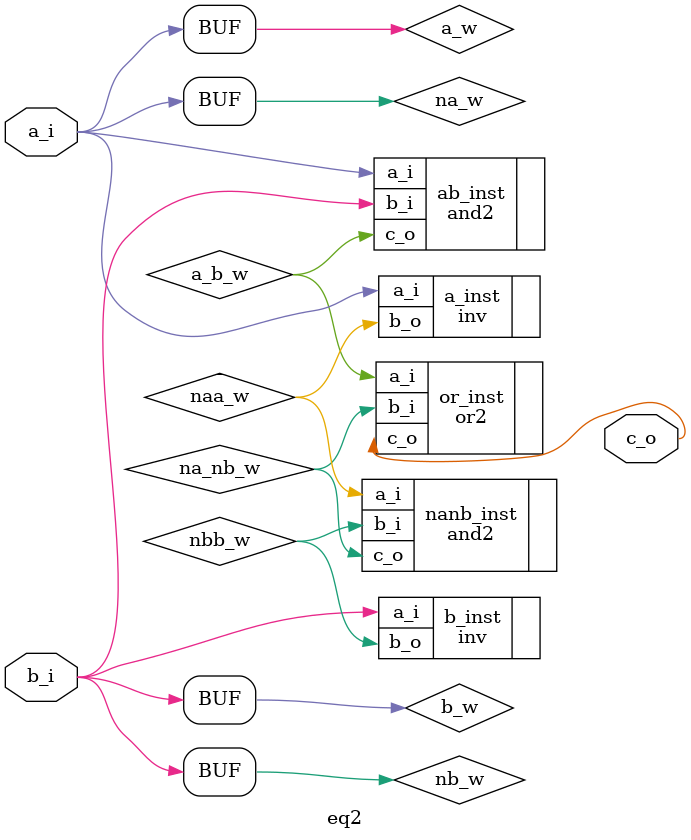
<source format=sv>
module eq2
  (input [0:0] a_i
  ,input [0:0] b_i
  ,output [0:0] c_o);

   // Implement a Two-Input Equality Module (eq2). For full credit you
   // must use the three following modules provided:
   // 
   // Two-Input And Gate:
   // 
   // module and2
   //   (input [0:0] a_i
   //   ,input [0:0] b_i
   //   ,output [0:0] c_o);
   //
   // 
   // Two-Input Or Gate:
   // 
   // module or2
   //   (input [0:0] a_i
   //   ,input [0:0] b_i
   //   ,output [0:0] c_o);
   //
   // Inverter:
   // 
   // module inv
   // (input [0:0] a_i
   // ,output [0:0] b_o);
   //
   // For more information see the the provided_modules directory.
   //
   // Using any behavioral verilog operators will yield zero points
   // for code correctness (but not affect your demonstration grade).
   // You may use assign, instantiate modules, and declare wires.
   //
   // The Truth Table of the eq2 module is as follows:
   // 
   // For simplicity, A = a_i, B = b_i,, C = c_o
   //
   // A | B | C
   // 0 | 0 | 1
   // 0 | 1 | 0
   // 1 | 0 | 0
   // 1 | 1 | 1
   // 
   // schematic (!A && !B) || (A && B)
   // Your code here:
   
   wire [0:0] na_w;
   assign na_w = a_i;
   wire [0:0] naa_w;
   
   inv a_inst(
   .a_i(na_w),
   .b_o(naa_w));
   //inverter for A
   
   wire [0:0] nb_w;
   assign nb_w = b_i;
   wire [0:0] nbb_w;
   
   inv b_inst(
   .a_i(nb_w),
   .b_o(nbb_w));
   //inverter for B
   
   wire [0:0] a_w;
   wire [0:0] b_w;
   assign a_w = a_i;
   assign b_w = b_i;
   wire [0:0] a_b_w;
   
   and2 ab_inst(
   .a_i(a_w),
   .b_i(b_w),
   .c_o(a_b_w));
   //and for A & B
   
   wire [0:0] na_nb_w;
   
   and2 nanb_inst(
   .a_i(naa_w),
   .b_i(nbb_w),
   .c_o(na_nb_w));
   //and for !A & !B
   
   or2 or_inst(
   .a_i(a_b_w),
   .b_i(na_nb_w),
   .c_o(c_o));
   //or for two ands

endmodule

</source>
